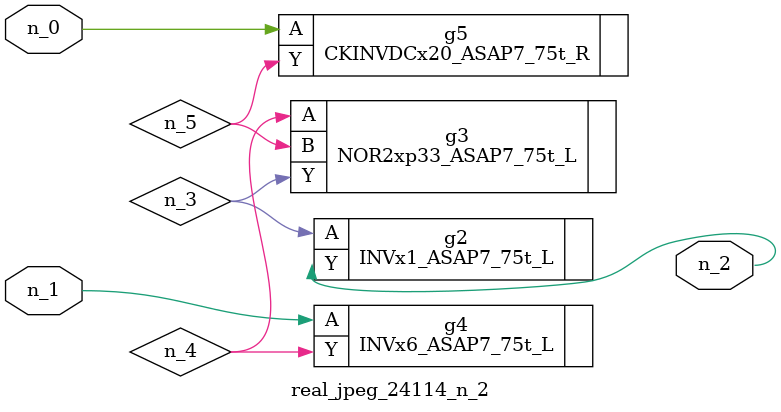
<source format=v>
module real_jpeg_24114_n_2 (n_1, n_0, n_2);

input n_1;
input n_0;

output n_2;

wire n_5;
wire n_4;
wire n_3;

CKINVDCx20_ASAP7_75t_R g5 ( 
.A(n_0),
.Y(n_5)
);

INVx6_ASAP7_75t_L g4 ( 
.A(n_1),
.Y(n_4)
);

INVx1_ASAP7_75t_L g2 ( 
.A(n_3),
.Y(n_2)
);

NOR2xp33_ASAP7_75t_L g3 ( 
.A(n_4),
.B(n_5),
.Y(n_3)
);


endmodule
</source>
